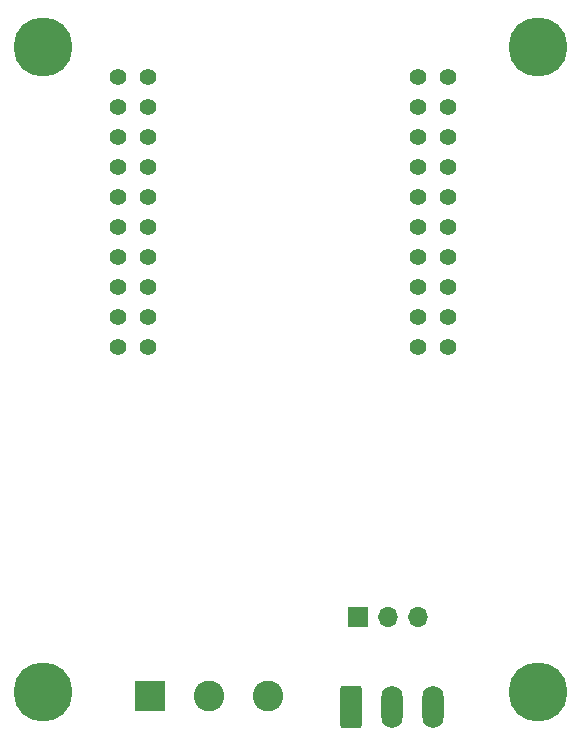
<source format=gbs>
%TF.GenerationSoftware,KiCad,Pcbnew,7.0.7*%
%TF.CreationDate,2023-10-31T08:07:37-06:00*%
%TF.ProjectId,RatGDO-OpenSource-D1Mini-ESP32,52617447-444f-42d4-9f70-656e536f7572,rev?*%
%TF.SameCoordinates,Original*%
%TF.FileFunction,Soldermask,Bot*%
%TF.FilePolarity,Negative*%
%FSLAX46Y46*%
G04 Gerber Fmt 4.6, Leading zero omitted, Abs format (unit mm)*
G04 Created by KiCad (PCBNEW 7.0.7) date 2023-10-31 08:07:37*
%MOMM*%
%LPD*%
G01*
G04 APERTURE LIST*
G04 Aperture macros list*
%AMRoundRect*
0 Rectangle with rounded corners*
0 $1 Rounding radius*
0 $2 $3 $4 $5 $6 $7 $8 $9 X,Y pos of 4 corners*
0 Add a 4 corners polygon primitive as box body*
4,1,4,$2,$3,$4,$5,$6,$7,$8,$9,$2,$3,0*
0 Add four circle primitives for the rounded corners*
1,1,$1+$1,$2,$3*
1,1,$1+$1,$4,$5*
1,1,$1+$1,$6,$7*
1,1,$1+$1,$8,$9*
0 Add four rect primitives between the rounded corners*
20,1,$1+$1,$2,$3,$4,$5,0*
20,1,$1+$1,$4,$5,$6,$7,0*
20,1,$1+$1,$6,$7,$8,$9,0*
20,1,$1+$1,$8,$9,$2,$3,0*%
G04 Aperture macros list end*
%ADD10R,1.700000X1.700000*%
%ADD11O,1.700000X1.700000*%
%ADD12C,5.000000*%
%ADD13C,1.400000*%
%ADD14RoundRect,0.250000X-0.650000X-1.550000X0.650000X-1.550000X0.650000X1.550000X-0.650000X1.550000X0*%
%ADD15O,1.800000X3.600000*%
%ADD16R,2.600000X2.600000*%
%ADD17C,2.600000*%
G04 APERTURE END LIST*
D10*
%TO.C,J3*%
X147320000Y-111760000D03*
D11*
X149860000Y-111760000D03*
X152400000Y-111760000D03*
%TD*%
D12*
%TO.C,REF\u002A\u002A*%
X162560000Y-63500000D03*
%TD*%
%TO.C,REF\u002A\u002A*%
X162560000Y-118110000D03*
%TD*%
%TO.C,REF\u002A\u002A*%
X120650000Y-118110000D03*
%TD*%
%TO.C,REF\u002A\u002A*%
X120650000Y-63500000D03*
%TD*%
D13*
%TO.C,U2*%
X127000000Y-66040000D03*
X129540000Y-66040000D03*
X127000000Y-68580000D03*
X129540000Y-68580000D03*
X127000000Y-71120000D03*
X129540000Y-71120000D03*
X127000000Y-73660000D03*
X129540000Y-73660000D03*
X127000000Y-76200000D03*
X129540000Y-76200000D03*
X127000000Y-78740000D03*
X129540000Y-78740000D03*
X127000000Y-81280000D03*
X129540000Y-81280000D03*
X127000000Y-83820000D03*
X129540000Y-83820000D03*
X127000000Y-86360000D03*
X129540000Y-86360000D03*
X127000000Y-88900000D03*
X129540000Y-88900000D03*
X152400000Y-66040000D03*
X154940000Y-66040000D03*
X152400000Y-68580000D03*
X154940000Y-68580000D03*
X152400000Y-71120000D03*
X154940000Y-71120000D03*
X152400000Y-73660000D03*
X154940000Y-73660000D03*
X152400000Y-76200000D03*
X154940000Y-76200000D03*
X152400000Y-78740000D03*
X154940000Y-78740000D03*
X152400000Y-81280000D03*
X154940000Y-81280000D03*
X152400000Y-83820000D03*
X154940000Y-83820000D03*
X152400000Y-86360000D03*
X154940000Y-86360000D03*
X152400000Y-88900000D03*
X154940000Y-88900000D03*
%TD*%
D14*
%TO.C,J2*%
X146670000Y-119380000D03*
D15*
X150170000Y-119380000D03*
X153670000Y-119380000D03*
%TD*%
D16*
%TO.C,J1*%
X129700000Y-118415000D03*
D17*
X134700000Y-118415000D03*
X139700000Y-118415000D03*
%TD*%
M02*

</source>
